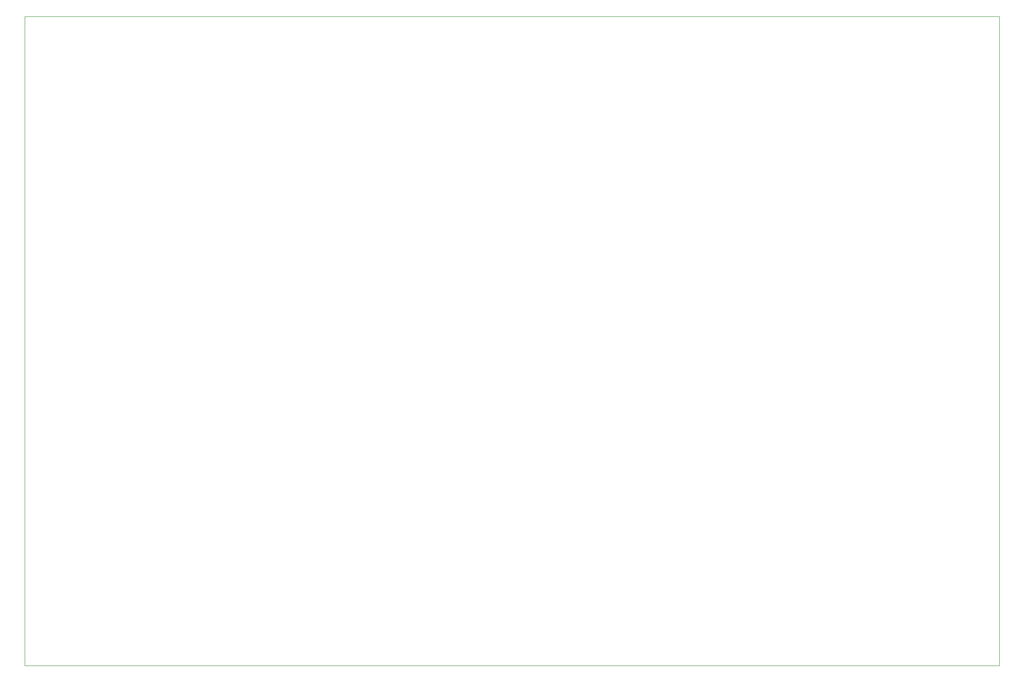
<source format=gbr>
%TF.GenerationSoftware,KiCad,Pcbnew,7.0.1*%
%TF.CreationDate,2023-04-05T20:47:30+09:00*%
%TF.ProjectId,test4004,74657374-3430-4303-942e-6b696361645f,rev?*%
%TF.SameCoordinates,Original*%
%TF.FileFunction,Profile,NP*%
%FSLAX46Y46*%
G04 Gerber Fmt 4.6, Leading zero omitted, Abs format (unit mm)*
G04 Created by KiCad (PCBNEW 7.0.1) date 2023-04-05 20:47:30*
%MOMM*%
%LPD*%
G01*
G04 APERTURE LIST*
%TA.AperFunction,Profile*%
%ADD10C,0.100000*%
%TD*%
G04 APERTURE END LIST*
D10*
X0Y0D02*
X190500000Y0D01*
X190500000Y-127000000D01*
X0Y-127000000D01*
X0Y0D01*
M02*

</source>
